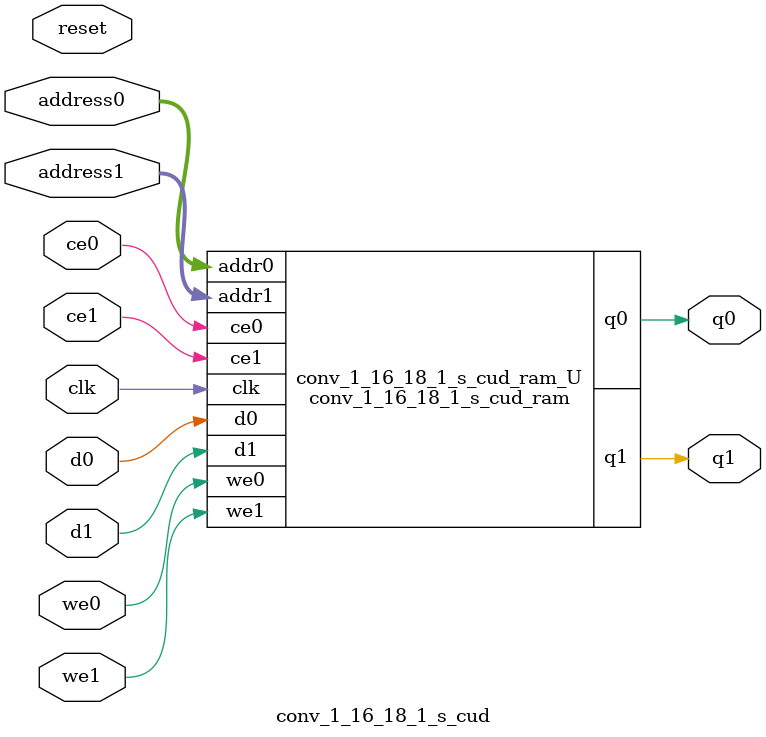
<source format=v>
`timescale 1 ns / 1 ps
module conv_1_16_18_1_s_cud_ram (addr0, ce0, d0, we0, q0, addr1, ce1, d1, we1, q1,  clk);

parameter DWIDTH = 1;
parameter AWIDTH = 5;
parameter MEM_SIZE = 18;

input[AWIDTH-1:0] addr0;
input ce0;
input[DWIDTH-1:0] d0;
input we0;
output reg[DWIDTH-1:0] q0;
input[AWIDTH-1:0] addr1;
input ce1;
input[DWIDTH-1:0] d1;
input we1;
output reg[DWIDTH-1:0] q1;
input clk;

(* ram_style = "block" *)reg [DWIDTH-1:0] ram[0:MEM_SIZE-1];




always @(posedge clk)  
begin 
    if (ce0) begin
        if (we0) 
            ram[addr0] <= d0; 
        q0 <= ram[addr0];
    end
end


always @(posedge clk)  
begin 
    if (ce1) begin
        if (we1) 
            ram[addr1] <= d1; 
        q1 <= ram[addr1];
    end
end


endmodule

`timescale 1 ns / 1 ps
module conv_1_16_18_1_s_cud(
    reset,
    clk,
    address0,
    ce0,
    we0,
    d0,
    q0,
    address1,
    ce1,
    we1,
    d1,
    q1);

parameter DataWidth = 32'd1;
parameter AddressRange = 32'd18;
parameter AddressWidth = 32'd5;
input reset;
input clk;
input[AddressWidth - 1:0] address0;
input ce0;
input we0;
input[DataWidth - 1:0] d0;
output[DataWidth - 1:0] q0;
input[AddressWidth - 1:0] address1;
input ce1;
input we1;
input[DataWidth - 1:0] d1;
output[DataWidth - 1:0] q1;



conv_1_16_18_1_s_cud_ram conv_1_16_18_1_s_cud_ram_U(
    .clk( clk ),
    .addr0( address0 ),
    .ce0( ce0 ),
    .we0( we0 ),
    .d0( d0 ),
    .q0( q0 ),
    .addr1( address1 ),
    .ce1( ce1 ),
    .we1( we1 ),
    .d1( d1 ),
    .q1( q1 ));

endmodule


</source>
